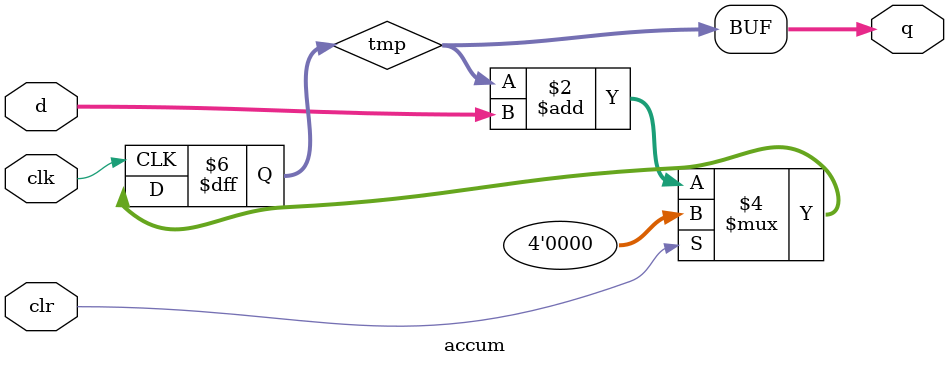
<source format=sv>
        module accum (clk, clr, d, q);
        input  bit      clk, clr;
        input  bit [3:0] d;
        output bit [3:0] q;
        bit    [3:0] tmp;
        always_ff @(posedge clk)
        begin
           if (clr)
              tmp <= 4'b0000;
           else
              tmp <= tmp + d;
        end
           assign q = tmp;
        endmodule
</source>
